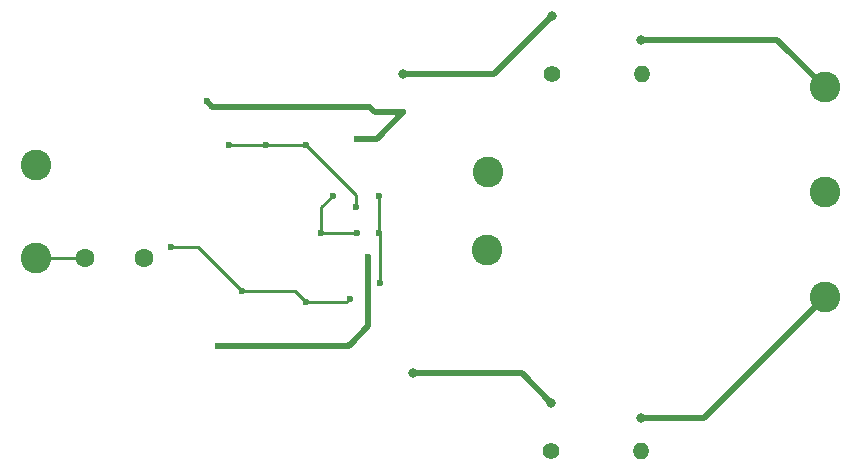
<source format=gbr>
G04 #@! TF.GenerationSoftware,KiCad,Pcbnew,(5.1.7-0-10_14)*
G04 #@! TF.CreationDate,2020-11-05T19:58:30+01:00*
G04 #@! TF.ProjectId,pre-amp-discret,7072652d-616d-4702-9d64-697363726574,rev?*
G04 #@! TF.SameCoordinates,Original*
G04 #@! TF.FileFunction,Copper,L2,Bot*
G04 #@! TF.FilePolarity,Positive*
%FSLAX46Y46*%
G04 Gerber Fmt 4.6, Leading zero omitted, Abs format (unit mm)*
G04 Created by KiCad (PCBNEW (5.1.7-0-10_14)) date 2020-11-05 19:58:30*
%MOMM*%
%LPD*%
G01*
G04 APERTURE LIST*
G04 #@! TA.AperFunction,ComponentPad*
%ADD10O,1.400000X1.400000*%
G04 #@! TD*
G04 #@! TA.AperFunction,ComponentPad*
%ADD11C,1.400000*%
G04 #@! TD*
G04 #@! TA.AperFunction,ComponentPad*
%ADD12C,2.600000*%
G04 #@! TD*
G04 #@! TA.AperFunction,ComponentPad*
%ADD13C,1.600000*%
G04 #@! TD*
G04 #@! TA.AperFunction,ViaPad*
%ADD14C,0.600000*%
G04 #@! TD*
G04 #@! TA.AperFunction,ViaPad*
%ADD15C,0.800000*%
G04 #@! TD*
G04 #@! TA.AperFunction,Conductor*
%ADD16C,0.500000*%
G04 #@! TD*
G04 #@! TA.AperFunction,Conductor*
%ADD17C,0.250000*%
G04 #@! TD*
G04 APERTURE END LIST*
D10*
X178765200Y-143814800D03*
D11*
X171145200Y-143814800D03*
D10*
X178816000Y-111912400D03*
D11*
X171196000Y-111912400D03*
D12*
X165760400Y-120243600D03*
X165709600Y-126796800D03*
X194310000Y-121920000D03*
X127508000Y-127508000D03*
X194310000Y-130810000D03*
X127508000Y-119634000D03*
X194310000Y-113030000D03*
D13*
X131652000Y-127508000D03*
X136652000Y-127508000D03*
D14*
X154686000Y-117398800D03*
X158597600Y-115163600D03*
X141986000Y-114249200D03*
X155752800Y-114706400D03*
D15*
X158597600Y-111912400D03*
X171196000Y-107035600D03*
D14*
X142951200Y-134975600D03*
X146608800Y-134975600D03*
X152298400Y-134924800D03*
X154076400Y-134874000D03*
X155651200Y-127406400D03*
D15*
X159461200Y-137262800D03*
X171160400Y-139782800D03*
D14*
X138938000Y-126542800D03*
X145002000Y-130286800D03*
X150418800Y-131267200D03*
X154076400Y-130962400D03*
X156616400Y-129641600D03*
X156601200Y-125406400D03*
X156597600Y-122240000D03*
D15*
X178765200Y-109016800D03*
X178765200Y-141071600D03*
D14*
X150418800Y-117957600D03*
X147015200Y-117957600D03*
X143865600Y-117957600D03*
X154635200Y-123190000D03*
X151688800Y-125374400D03*
X154701200Y-125406400D03*
X152635200Y-122240000D03*
D16*
X156362400Y-117398800D02*
X158597600Y-115163600D01*
X154686000Y-117398800D02*
X156362400Y-117398800D01*
X156210000Y-115163600D02*
X155752800Y-114706400D01*
X158597600Y-115163600D02*
X156210000Y-115163600D01*
X142443200Y-114706400D02*
X141986000Y-114249200D01*
X155752800Y-114706400D02*
X142443200Y-114706400D01*
X166319200Y-111912400D02*
X171196000Y-107035600D01*
X158597600Y-111912400D02*
X166319200Y-111912400D01*
D17*
X127508000Y-127508000D02*
X131652000Y-127508000D01*
D16*
X155651200Y-133299200D02*
X155651200Y-127406400D01*
X154076400Y-134874000D02*
X155651200Y-133299200D01*
X142951200Y-134975600D02*
X146608800Y-134975600D01*
X152247600Y-134975600D02*
X152298400Y-134924800D01*
X146608800Y-134975600D02*
X152247600Y-134975600D01*
X154025600Y-134924800D02*
X154076400Y-134874000D01*
X152298400Y-134924800D02*
X154025600Y-134924800D01*
X168640400Y-137262800D02*
X171160400Y-139782800D01*
X159461200Y-137262800D02*
X168640400Y-137262800D01*
D17*
X141258000Y-126542800D02*
X145002000Y-130286800D01*
X138938000Y-126542800D02*
X141258000Y-126542800D01*
X149438400Y-130286800D02*
X150418800Y-131267200D01*
X145002000Y-130286800D02*
X149438400Y-130286800D01*
X153771600Y-131267200D02*
X154076400Y-130962400D01*
X150418800Y-131267200D02*
X153771600Y-131267200D01*
X156616400Y-125421600D02*
X156601200Y-125406400D01*
X156616400Y-129641600D02*
X156616400Y-125421600D01*
X156601200Y-122243600D02*
X156597600Y-122240000D01*
X156601200Y-125406400D02*
X156601200Y-122243600D01*
D16*
X190296800Y-109016800D02*
X194310000Y-113030000D01*
X178765200Y-109016800D02*
X190296800Y-109016800D01*
X184048400Y-141071600D02*
X194310000Y-130810000D01*
X178765200Y-141071600D02*
X184048400Y-141071600D01*
D17*
X143865600Y-117957600D02*
X147015200Y-117957600D01*
X147015200Y-117957600D02*
X150418800Y-117957600D01*
X154635200Y-122174000D02*
X150418800Y-117957600D01*
X154635200Y-123190000D02*
X154635200Y-122174000D01*
X154669200Y-125374400D02*
X154701200Y-125406400D01*
X151688800Y-125374400D02*
X154669200Y-125374400D01*
X151688800Y-123186400D02*
X152635200Y-122240000D01*
X151688800Y-125374400D02*
X151688800Y-123186400D01*
M02*

</source>
